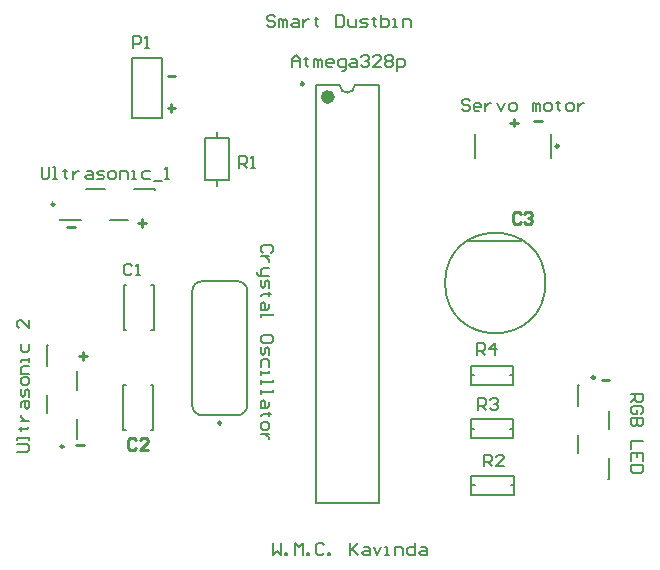
<source format=gbr>
G04*
G04 #@! TF.GenerationSoftware,Altium Limited,Altium Designer,22.4.2 (48)*
G04*
G04 Layer_Color=65535*
%FSLAX44Y44*%
%MOMM*%
G71*
G04*
G04 #@! TF.SameCoordinates,526C220A-A096-4E3C-8F2C-01EC2D9484EB*
G04*
G04*
G04 #@! TF.FilePolarity,Positive*
G04*
G01*
G75*
%ADD10C,0.2500*%
%ADD11C,0.1500*%
%ADD12C,0.2000*%
%ADD13C,0.6000*%
%ADD14C,0.2540*%
D10*
X54500Y109000D02*
G03*
X54500Y109000I-1250J0D01*
G01*
X504240Y167320D02*
G03*
X504240Y167320I-1250J0D01*
G01*
X188010Y129030D02*
G03*
X188010Y129030I-1250J0D01*
G01*
X257860Y416100D02*
G03*
X257860Y416100I-1250J0D01*
G01*
X46760Y314200D02*
G03*
X46760Y314200I-1250J0D01*
G01*
X473610Y363530D02*
G03*
X473610Y363530I-1250J0D01*
G01*
D11*
X462500Y247500D02*
G03*
X462500Y247500I-42500J0D01*
G01*
D12*
X163510Y143780D02*
G03*
X171760Y135530I8250J0D01*
G01*
X201760Y135530D02*
G03*
X210010Y143780I0J8250D01*
G01*
Y240780D02*
G03*
X201760Y249030I-8250J0D01*
G01*
X171760Y249030D02*
G03*
X163510Y240780I0J-8250D01*
G01*
X288360Y415000D02*
G03*
X301060Y415000I6350J0D01*
G01*
X65500Y115000D02*
X66250D01*
Y157250D02*
Y172750D01*
Y115000D02*
Y132750D01*
X40250Y195000D02*
X41000D01*
X40250Y177250D02*
Y195000D01*
Y137250D02*
Y152750D01*
X398000Y282750D02*
X442000D01*
X112300Y387300D02*
X137700D01*
X112300D02*
Y438100D01*
X137700D01*
Y387300D02*
Y438100D01*
X489990Y161320D02*
X490740D01*
X489990Y103570D02*
Y119070D01*
Y143570D02*
Y161320D01*
X515240Y81320D02*
X515990D01*
Y99070D01*
Y123570D02*
Y139070D01*
X210010Y143780D02*
Y240780D01*
X163510Y143780D02*
Y240780D01*
X171760Y249030D02*
X201760D01*
X171760Y135530D02*
X201760D01*
X268210Y61000D02*
Y415000D01*
X321210Y61000D02*
Y415000D01*
X268210D02*
X288360D01*
X301060D02*
X321210D01*
X268210Y61000D02*
X321210D01*
X399750Y84250D02*
X435750D01*
Y68250D02*
Y84250D01*
X399750Y68250D02*
X435750D01*
X399750D02*
Y84250D01*
Y76250D02*
X402500D01*
X433000D02*
X435750D01*
X105050Y122950D02*
X107250D01*
X105050Y161050D02*
X107250D01*
X128250D02*
X130450D01*
X128250Y122950D02*
X130450D01*
X105050D02*
Y161050D01*
X130450Y122950D02*
Y161050D01*
X128500Y245550D02*
X130700D01*
X128500Y207450D02*
X130700D01*
X105300D02*
X107500D01*
X105300Y245550D02*
X107500D01*
X130700Y207450D02*
Y245550D01*
X105300Y207450D02*
Y245550D01*
X184220Y329250D02*
Y334300D01*
Y370300D02*
Y375350D01*
X174220Y370300D02*
X194220D01*
X174220Y334300D02*
Y370300D01*
Y334300D02*
X194220D01*
Y370300D01*
X51510Y301200D02*
Y301950D01*
X93760Y301200D02*
X109260D01*
X51510D02*
X69260D01*
X131510Y326451D02*
Y327200D01*
X113760D02*
X131510D01*
X73760D02*
X89260D01*
X403110Y353030D02*
Y374030D01*
X467610Y353030D02*
Y374030D01*
X432500Y169500D02*
X435250D01*
X399250D02*
X402000D01*
X399250Y161500D02*
Y177500D01*
Y161500D02*
X435250D01*
Y177500D01*
X399250D02*
X435250D01*
X432500Y124000D02*
X435250D01*
X399250D02*
X402000D01*
X399250Y116000D02*
Y132000D01*
Y116000D02*
X435250D01*
Y132000D01*
X399250D02*
X435250D01*
X233664Y472831D02*
X231998Y474497D01*
X228666D01*
X227000Y472831D01*
Y471165D01*
X228666Y469498D01*
X231998D01*
X233664Y467832D01*
Y466166D01*
X231998Y464500D01*
X228666D01*
X227000Y466166D01*
X236997Y464500D02*
Y471165D01*
X238663D01*
X240329Y469498D01*
Y464500D01*
Y469498D01*
X241995Y471165D01*
X243661Y469498D01*
Y464500D01*
X248660Y471165D02*
X251992D01*
X253658Y469498D01*
Y464500D01*
X248660D01*
X246994Y466166D01*
X248660Y467832D01*
X253658D01*
X256990Y471165D02*
Y464500D01*
Y467832D01*
X258657Y469498D01*
X260323Y471165D01*
X261989D01*
X268653Y472831D02*
Y471165D01*
X266987D01*
X270319D01*
X268653D01*
Y466166D01*
X270319Y464500D01*
X285315Y474497D02*
Y464500D01*
X290313D01*
X291979Y466166D01*
Y472831D01*
X290313Y474497D01*
X285315D01*
X295311Y471165D02*
Y466166D01*
X296978Y464500D01*
X301976D01*
Y471165D01*
X305308Y464500D02*
X310306D01*
X311973Y466166D01*
X310306Y467832D01*
X306974D01*
X305308Y469498D01*
X306974Y471165D01*
X311973D01*
X316971Y472831D02*
Y471165D01*
X315305D01*
X318637D01*
X316971D01*
Y466166D01*
X318637Y464500D01*
X323635Y474497D02*
Y464500D01*
X328634D01*
X330300Y466166D01*
Y467832D01*
Y469498D01*
X328634Y471165D01*
X323635D01*
X333632Y464500D02*
X336965D01*
X335298D01*
Y471165D01*
X333632D01*
X341963Y464500D02*
Y471165D01*
X346961D01*
X348627Y469498D01*
Y464500D01*
X232000Y26997D02*
Y17000D01*
X235332Y20332D01*
X238664Y17000D01*
Y26997D01*
X241997Y17000D02*
Y18666D01*
X243663D01*
Y17000D01*
X241997D01*
X250327D02*
Y26997D01*
X253660Y23665D01*
X256992Y26997D01*
Y17000D01*
X260324D02*
Y18666D01*
X261990D01*
Y17000D01*
X260324D01*
X275319Y25331D02*
X273653Y26997D01*
X270321D01*
X268655Y25331D01*
Y18666D01*
X270321Y17000D01*
X273653D01*
X275319Y18666D01*
X278652Y17000D02*
Y18666D01*
X280318D01*
Y17000D01*
X278652D01*
X296979Y26997D02*
Y17000D01*
Y20332D01*
X303643Y26997D01*
X298645Y21998D01*
X303643Y17000D01*
X308642Y23665D02*
X311974D01*
X313640Y21998D01*
Y17000D01*
X308642D01*
X306976Y18666D01*
X308642Y20332D01*
X313640D01*
X316973Y23665D02*
X320305Y17000D01*
X323637Y23665D01*
X326969Y17000D02*
X330302D01*
X328635D01*
Y23665D01*
X326969D01*
X335300Y17000D02*
Y23665D01*
X340298D01*
X341964Y21998D01*
Y17000D01*
X351961Y26997D02*
Y17000D01*
X346963D01*
X345297Y18666D01*
Y21998D01*
X346963Y23665D01*
X351961D01*
X356960D02*
X360292D01*
X361958Y21998D01*
Y17000D01*
X356960D01*
X355294Y18666D01*
X356960Y20332D01*
X361958D01*
X113420Y446214D02*
Y456211D01*
X118418D01*
X120084Y454545D01*
Y451212D01*
X118418Y449546D01*
X113420D01*
X123417Y446214D02*
X126749D01*
X125083D01*
Y456211D01*
X123417Y454545D01*
X15002Y104185D02*
X23332D01*
X24998Y105851D01*
Y109183D01*
X23332Y110849D01*
X15002D01*
X24998Y114181D02*
Y117514D01*
Y115848D01*
X15002D01*
Y114181D01*
X16668Y124178D02*
X18334D01*
Y122512D01*
Y125844D01*
Y124178D01*
X23332D01*
X24998Y125844D01*
X18334Y130843D02*
X24998D01*
X21666D01*
X20000Y132509D01*
X18334Y134175D01*
Y135841D01*
Y142506D02*
Y145838D01*
X20000Y147504D01*
X24998D01*
Y142506D01*
X23332Y140840D01*
X21666Y142506D01*
Y147504D01*
X24998Y150836D02*
Y155835D01*
X23332Y157501D01*
X21666Y155835D01*
Y152502D01*
X20000Y150836D01*
X18334Y152502D01*
Y157501D01*
X24998Y162499D02*
Y165832D01*
X23332Y167498D01*
X20000D01*
X18334Y165832D01*
Y162499D01*
X20000Y160833D01*
X23332D01*
X24998Y162499D01*
Y170830D02*
X18334D01*
Y175828D01*
X20000Y177494D01*
X24998D01*
Y180827D02*
Y184159D01*
Y182493D01*
X18334D01*
Y180827D01*
Y195822D02*
Y190823D01*
X20000Y189157D01*
X23332D01*
X24998Y190823D01*
Y195822D01*
Y215815D02*
Y209151D01*
X18334Y215815D01*
X16668D01*
X15002Y214149D01*
Y210817D01*
X16668Y209151D01*
X248265Y430168D02*
Y436832D01*
X251597Y440164D01*
X254930Y436832D01*
Y430168D01*
Y435166D01*
X248265D01*
X259928Y438498D02*
Y436832D01*
X258262D01*
X261594D01*
X259928D01*
Y431834D01*
X261594Y430168D01*
X266593D02*
Y436832D01*
X268259D01*
X269925Y435166D01*
Y430168D01*
Y435166D01*
X271591Y436832D01*
X273257Y435166D01*
Y430168D01*
X281588D02*
X278256D01*
X276590Y431834D01*
Y435166D01*
X278256Y436832D01*
X281588D01*
X283254Y435166D01*
Y433500D01*
X276590D01*
X289918Y426836D02*
X291585D01*
X293251Y428502D01*
Y436832D01*
X288252D01*
X286586Y435166D01*
Y431834D01*
X288252Y430168D01*
X293251D01*
X298249Y436832D02*
X301581D01*
X303248Y435166D01*
Y430168D01*
X298249D01*
X296583Y431834D01*
X298249Y433500D01*
X303248D01*
X306580Y438498D02*
X308246Y440164D01*
X311578D01*
X313244Y438498D01*
Y436832D01*
X311578Y435166D01*
X309912D01*
X311578D01*
X313244Y433500D01*
Y431834D01*
X311578Y430168D01*
X308246D01*
X306580Y431834D01*
X323241Y430168D02*
X316577D01*
X323241Y436832D01*
Y438498D01*
X321575Y440164D01*
X318243D01*
X316577Y438498D01*
X326573D02*
X328240Y440164D01*
X331572D01*
X333238Y438498D01*
Y436832D01*
X331572Y435166D01*
X333238Y433500D01*
Y431834D01*
X331572Y430168D01*
X328240D01*
X326573Y431834D01*
Y433500D01*
X328240Y435166D01*
X326573Y436832D01*
Y438498D01*
X328240Y435166D02*
X331572D01*
X336570Y426836D02*
Y436832D01*
X341569D01*
X343235Y435166D01*
Y431834D01*
X341569Y430168D01*
X336570D01*
X229748Y273309D02*
X231415Y274975D01*
Y278307D01*
X229748Y279973D01*
X223084D01*
X221418Y278307D01*
Y274975D01*
X223084Y273309D01*
X228082Y269977D02*
X221418D01*
X224750D01*
X226416Y268311D01*
X228082Y266644D01*
Y264978D01*
Y259980D02*
X223084D01*
X221418Y258314D01*
Y253315D01*
X219752D01*
X218085Y254981D01*
Y256648D01*
X221418Y253315D02*
X228082D01*
X221418Y249983D02*
Y244985D01*
X223084Y243319D01*
X224750Y244985D01*
Y248317D01*
X226416Y249983D01*
X228082Y248317D01*
Y243319D01*
X229748Y238320D02*
X228082D01*
Y239986D01*
Y236654D01*
Y238320D01*
X223084D01*
X221418Y236654D01*
X228082Y229989D02*
Y226657D01*
X226416Y224991D01*
X221418D01*
Y229989D01*
X223084Y231656D01*
X224750Y229989D01*
Y224991D01*
X221418Y221659D02*
Y218327D01*
Y219993D01*
X231415D01*
Y221659D01*
Y198333D02*
Y201665D01*
X229748Y203331D01*
X223084D01*
X221418Y201665D01*
Y198333D01*
X223084Y196667D01*
X229748D01*
X231415Y198333D01*
X221418Y193335D02*
Y188336D01*
X223084Y186670D01*
X224750Y188336D01*
Y191668D01*
X226416Y193335D01*
X228082Y191668D01*
Y186670D01*
Y176673D02*
Y181672D01*
X226416Y183338D01*
X223084D01*
X221418Y181672D01*
Y176673D01*
Y173341D02*
Y170009D01*
Y171675D01*
X228082D01*
Y173341D01*
X221418Y165010D02*
Y161678D01*
Y163344D01*
X231415D01*
Y165010D01*
X221418Y156680D02*
Y153348D01*
Y155014D01*
X231415D01*
Y156680D01*
X228082Y146683D02*
Y143351D01*
X226416Y141685D01*
X221418D01*
Y146683D01*
X223084Y148349D01*
X224750Y146683D01*
Y141685D01*
X229748Y136686D02*
X228082D01*
Y138352D01*
Y135020D01*
Y136686D01*
X223084D01*
X221418Y135020D01*
Y128356D02*
Y125023D01*
X223084Y123357D01*
X226416D01*
X228082Y125023D01*
Y128356D01*
X226416Y130022D01*
X223084D01*
X221418Y128356D01*
X228082Y120025D02*
X221418D01*
X224750D01*
X226416Y118359D01*
X228082Y116693D01*
Y115027D01*
X535002Y153323D02*
X544998D01*
Y148324D01*
X543332Y146658D01*
X540000D01*
X538334Y148324D01*
Y153323D01*
Y149990D02*
X535002Y146658D01*
X543332Y136661D02*
X544998Y138327D01*
Y141660D01*
X543332Y143326D01*
X536668D01*
X535002Y141660D01*
Y138327D01*
X536668Y136661D01*
X540000D01*
Y139993D01*
X544998Y133329D02*
X535002D01*
Y128331D01*
X536668Y126664D01*
X538334D01*
X540000Y128331D01*
Y133329D01*
Y128331D01*
X541666Y126664D01*
X543332D01*
X544998Y128331D01*
Y133329D01*
Y113336D02*
X535002D01*
Y106671D01*
X544998Y96674D02*
Y103339D01*
X535002D01*
Y96674D01*
X540000Y103339D02*
Y100006D01*
X544998Y93342D02*
X535002D01*
Y88343D01*
X536668Y86677D01*
X543332D01*
X544998Y88343D01*
Y93342D01*
X35851Y345831D02*
Y337501D01*
X37517Y335835D01*
X40849D01*
X42515Y337501D01*
Y345831D01*
X45848Y335835D02*
X49180D01*
X47514D01*
Y345831D01*
X45848D01*
X55844Y344165D02*
Y342499D01*
X54178D01*
X57510D01*
X55844D01*
Y337501D01*
X57510Y335835D01*
X62509Y342499D02*
Y335835D01*
Y339167D01*
X64175Y340833D01*
X65841Y342499D01*
X67507D01*
X74172D02*
X77504D01*
X79170Y340833D01*
Y335835D01*
X74172D01*
X72506Y337501D01*
X74172Y339167D01*
X79170D01*
X82502Y335835D02*
X87501D01*
X89167Y337501D01*
X87501Y339167D01*
X84169D01*
X82502Y340833D01*
X84169Y342499D01*
X89167D01*
X94165Y335835D02*
X97498D01*
X99164Y337501D01*
Y340833D01*
X97498Y342499D01*
X94165D01*
X92499Y340833D01*
Y337501D01*
X94165Y335835D01*
X102496D02*
Y342499D01*
X107494D01*
X109160Y340833D01*
Y335835D01*
X112493D02*
X115825D01*
X114159D01*
Y342499D01*
X112493D01*
X127488D02*
X122490D01*
X120823Y340833D01*
Y337501D01*
X122490Y335835D01*
X127488D01*
X130820Y334169D02*
X137485D01*
X140817Y335835D02*
X144149D01*
X142483D01*
Y345831D01*
X140817Y344165D01*
X398265Y401832D02*
X396598Y403498D01*
X393266D01*
X391600Y401832D01*
Y400166D01*
X393266Y398500D01*
X396598D01*
X398265Y396834D01*
Y395168D01*
X396598Y393502D01*
X393266D01*
X391600Y395168D01*
X406595Y393502D02*
X403263D01*
X401597Y395168D01*
Y398500D01*
X403263Y400166D01*
X406595D01*
X408261Y398500D01*
Y396834D01*
X401597D01*
X411594Y400166D02*
Y393502D01*
Y396834D01*
X413260Y398500D01*
X414926Y400166D01*
X416592D01*
X421590D02*
X424923Y393502D01*
X428255Y400166D01*
X433253Y393502D02*
X436586D01*
X438252Y395168D01*
Y398500D01*
X436586Y400166D01*
X433253D01*
X431587Y398500D01*
Y395168D01*
X433253Y393502D01*
X451581D02*
Y400166D01*
X453247D01*
X454913Y398500D01*
Y393502D01*
Y398500D01*
X456579Y400166D01*
X458245Y398500D01*
Y393502D01*
X463244D02*
X466576D01*
X468242Y395168D01*
Y398500D01*
X466576Y400166D01*
X463244D01*
X461577Y398500D01*
Y395168D01*
X463244Y393502D01*
X473240Y401832D02*
Y400166D01*
X471574D01*
X474907D01*
X473240D01*
Y395168D01*
X474907Y393502D01*
X481571D02*
X484903D01*
X486569Y395168D01*
Y398500D01*
X484903Y400166D01*
X481571D01*
X479905Y398500D01*
Y395168D01*
X481571Y393502D01*
X489902Y400166D02*
Y393502D01*
Y396834D01*
X491568Y398500D01*
X493234Y400166D01*
X494900D01*
X404669Y186502D02*
Y196498D01*
X409668D01*
X411334Y194832D01*
Y191500D01*
X409668Y189834D01*
X404669D01*
X408002D02*
X411334Y186502D01*
X419664D02*
Y196498D01*
X414666Y191500D01*
X421331D01*
X405419Y140252D02*
Y150248D01*
X410418D01*
X412084Y148582D01*
Y145250D01*
X410418Y143584D01*
X405419D01*
X408752D02*
X412084Y140252D01*
X415416Y148582D02*
X417082Y150248D01*
X420415D01*
X422081Y148582D01*
Y146916D01*
X420415Y145250D01*
X418748D01*
X420415D01*
X422081Y143584D01*
Y141918D01*
X420415Y140252D01*
X417082D01*
X415416Y141918D01*
X410669Y92252D02*
Y102248D01*
X415668D01*
X417334Y100582D01*
Y97250D01*
X415668Y95584D01*
X410669D01*
X414002D02*
X417334Y92252D01*
X427331D02*
X420666D01*
X427331Y98916D01*
Y100582D01*
X425664Y102248D01*
X422332D01*
X420666Y100582D01*
X203335Y345002D02*
Y354998D01*
X208334D01*
X210000Y353332D01*
Y350000D01*
X208334Y348334D01*
X203335D01*
X206668D02*
X210000Y345002D01*
X213332D02*
X216665D01*
X214998D01*
Y354998D01*
X213332Y353332D01*
X112718Y262267D02*
X111052Y263933D01*
X107720D01*
X106054Y262267D01*
Y255602D01*
X107720Y253936D01*
X111052D01*
X112718Y255602D01*
X116051Y253936D02*
X119383D01*
X117717D01*
Y263933D01*
X116051Y262267D01*
D13*
X281210Y405000D02*
G03*
X281210Y405000I-3000J0D01*
G01*
D14*
X510040Y165040D02*
X516704D01*
X452540Y385040D02*
X459204D01*
X65040Y110040D02*
X71705D01*
X57540Y295040D02*
X64205D01*
X432540Y383372D02*
X439204D01*
X435872Y386704D02*
Y380040D01*
X117540Y298372D02*
X124205D01*
X120872Y301705D02*
Y295040D01*
X67540Y185872D02*
X74205D01*
X70872Y189205D02*
Y182540D01*
X142540Y395872D02*
X149205D01*
X145872Y399204D02*
Y392540D01*
X142540Y422540D02*
X149205D01*
X441434Y306162D02*
X439768Y307828D01*
X436436D01*
X434769Y306162D01*
Y299498D01*
X436436Y297832D01*
X439768D01*
X441434Y299498D01*
X444766Y306162D02*
X446432Y307828D01*
X449765D01*
X451431Y306162D01*
Y304496D01*
X449765Y302830D01*
X448098D01*
X449765D01*
X451431Y301164D01*
Y299498D01*
X449765Y297832D01*
X446432D01*
X444766Y299498D01*
X116084Y114582D02*
X114418Y116248D01*
X111086D01*
X109419Y114582D01*
Y107918D01*
X111086Y106252D01*
X114418D01*
X116084Y107918D01*
X126081Y106252D02*
X119416D01*
X126081Y112916D01*
Y114582D01*
X124415Y116248D01*
X121082D01*
X119416Y114582D01*
M02*

</source>
